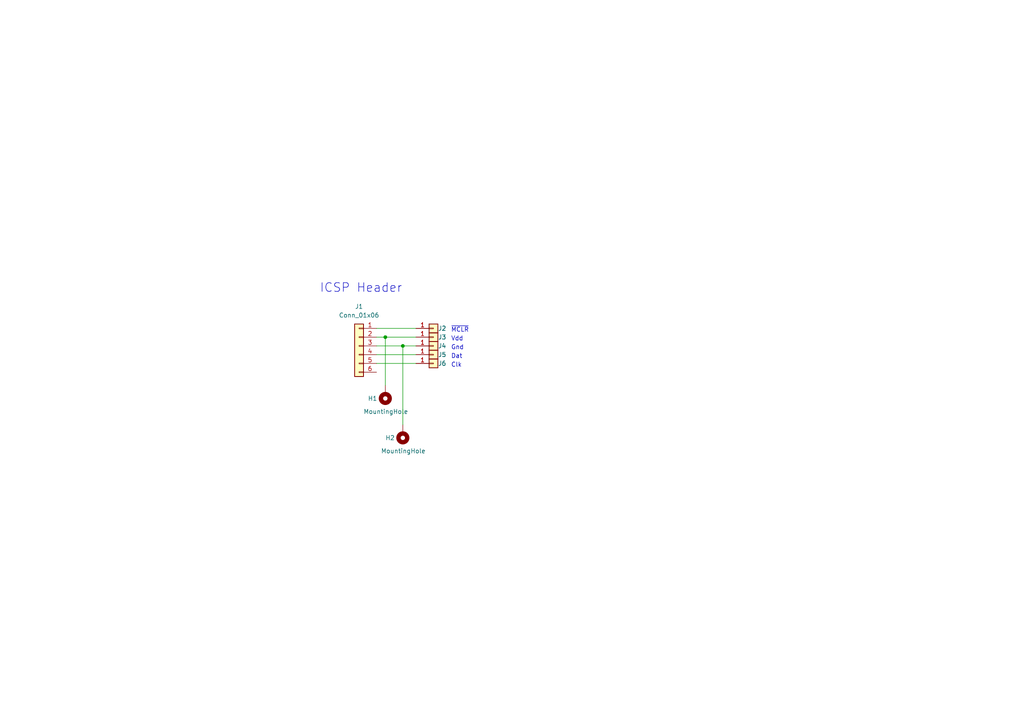
<source format=kicad_sch>
(kicad_sch (version 20231120) (generator "eeschema") (generator_version "8.0")
  (paper "A4")
  (lib_symbols
    (symbol "Connector_Generic:Conn_01x01" (pin_names (offset 1.016) hide)
      (property "Reference" "J" (at 0 2.54 0))
      (property "Value" "Conn_01x01" (at 0 -2.54 0))
      (symbol "Conn_01x01_1_1"
        (rectangle (start -1.27 0.127) (end 0 -0.127) (stroke (width 0.1524)))
        (rectangle (start -1.27 1.27) (end 1.27 -1.27) (stroke (width 0.254)) (fill (type background)))
        (pin passive line (at -5.08 0 0) (length 3.81) (name "Pin_1") (number "1"))
      )
    )
    (symbol "Connector_Generic:Conn_01x06" (pin_names (offset 1.016) hide)
      (property "Reference" "J" (at 0 7.62 0))
      (property "Value" "Conn_01x06" (at 0 -10.16 0))
      (symbol "Conn_01x06_1_1"
        (rectangle (start -1.27 -7.493) (end 0 -7.747) (stroke (width 0.1524)))
        (rectangle (start -1.27 -4.953) (end 0 -5.207) (stroke (width 0.1524)))
        (rectangle (start -1.27 -2.413) (end 0 -2.667) (stroke (width 0.1524)))
        (rectangle (start -1.27 0.127) (end 0 -0.127) (stroke (width 0.1524)))
        (rectangle (start -1.27 2.667) (end 0 2.413) (stroke (width 0.1524)))
        (rectangle (start -1.27 5.207) (end 0 4.953) (stroke (width 0.1524)))
        (rectangle (start -1.27 6.35) (end 1.27 -8.89) (stroke (width 0.254)) (fill (type background)))
        (pin passive line (at -5.08 5.08 0) (length 3.81) (name "Pin_1") (number "1"))
        (pin passive line (at -5.08 2.54 0) (length 3.81) (name "Pin_2") (number "2"))
        (pin passive line (at -5.08 0 0) (length 3.81) (name "Pin_3") (number "3"))
        (pin passive line (at -5.08 -2.54 0) (length 3.81) (name "Pin_4") (number "4"))
        (pin passive line (at -5.08 -5.08 0) (length 3.81) (name "Pin_5") (number "5"))
        (pin passive line (at -5.08 -7.62 0) (length 3.81) (name "Pin_6") (number "6"))
      )
    )
    (symbol "Mechanical:MountingHole_Pad" (pin_numbers hide) (pin_names (offset 1.016) hide)
      (property "Reference" "H" (at 0 6.35 0))
      (property "Value" "MountingHole_Pad" (at 0 4.445 0))
      (symbol "MountingHole_Pad_0_1"
        (circle (center 0 1.27) (radius 1.27) (stroke (width 1.27)))
      )
      (symbol "MountingHole_Pad_1_1"
        (pin input line (at 0 -2.54 90) (length 2.54) (name "1") (number "1"))
      )
    )
  )
  (junction (at 111.76 97.79))
  (junction (at 116.84 100.33))
  (wire (pts (xy 109.22 95.25) (xy 120.65 95.25)))
  (wire (pts (xy 109.22 100.33) (xy 116.84 100.33)))
  (wire (pts (xy 116.84 100.33) (xy 116.84 123.19)))
  (wire (pts (xy 109.22 102.87) (xy 120.65 102.87)))
  (wire (pts (xy 109.22 97.79) (xy 111.76 97.79)))
  (wire (pts (xy 111.76 97.79) (xy 120.65 97.79)))
  (wire (pts (xy 111.76 97.79) (xy 111.76 111.76)))
  (wire (pts (xy 116.84 100.33) (xy 120.65 100.33)))
  (wire (pts (xy 109.22 105.41) (xy 120.65 105.41)))
  (text "ICSP Header" (at 92.71 85.09 0) (effects (font (size 2.54 2.54)) (justify left bottom)))
  (text "~{MCLR}" (at 130.81 96.52 0) (effects (font (size 1.27 1.27)) (justify left bottom)))
  (text "Dat" (at 130.81 104.14 0) (effects (font (size 1.27 1.27)) (justify left bottom)))
  (text "Vdd" (at 130.81 99.06 0) (effects (font (size 1.27 1.27)) (justify left bottom)))
  (text "Clk" (at 130.81 106.68 0) (effects (font (size 1.27 1.27)) (justify left bottom)))
  (text "Gnd" (at 130.81 101.6 0) (effects (font (size 1.27 1.27)) (justify left bottom)))
  (symbol (lib_id "Connector_Generic:Conn_01x01") (at 125.73 95.25 0) (mirror x) (unit 1)
    (property "Reference" "J2" (at 128.27 95.25 0))
    (property "Value" "Conn_01x01" (effects (hide yes)))
    (property "Footprint" "user:PogoPin" (effects (hide yes)))
    (property "Part Number" "0985-1-15-20-71-14-11-0" (effects (hide yes)))
  )
  (symbol (lib_id "Mechanical:MountingHole_Pad") (at 111.76 114.3 180) (unit 1)
    (property "Reference" "H1" (at 106.68 115.57 0) (effects (justify right)))
    (property "Value" "MountingHole" (at 105.41 119.38 0) (effects (justify right)))
    (property "Footprint" "user:PinHeader_1x01_D1.3mm_Pad2mm" (effects (hide yes)))
  )
  (symbol (lib_id "Connector_Generic:Conn_01x06") (at 104.14 100.33 0) (mirror y) (unit 1)
    (property "Reference" "J1" (at 104.14 88.9 0))
    (property "Value" "Conn_01x06" (at 104.14 91.44 0))
    (property "Footprint" "Connector_PinHeader_2.54mm:PinHeader_1x06_P2.54mm_Vertical" (effects (hide yes)))
  )
  (symbol (lib_id "Connector_Generic:Conn_01x01") (at 125.73 105.41 0) (mirror x) (unit 1)
    (property "Reference" "J6" (at 128.27 105.41 0))
    (property "Value" "Conn_01x01" (effects (hide yes)))
    (property "Footprint" "user:PogoPin" (effects (hide yes)))
    (property "Part Number" "0985-1-15-20-71-14-11-0" (effects (hide yes)))
  )
  (symbol (lib_id "Connector_Generic:Conn_01x01") (at 125.73 102.87 0) (mirror x) (unit 1)
    (property "Reference" "J5" (at 128.27 102.87 0))
    (property "Value" "Conn_01x01" (effects (hide yes)))
    (property "Footprint" "user:PogoPin" (effects (hide yes)))
    (property "Part Number" "0985-1-15-20-71-14-11-0" (effects (hide yes)))
  )
  (symbol (lib_id "Connector_Generic:Conn_01x01") (at 125.73 97.79 0) (mirror x) (unit 1)
    (property "Reference" "J3" (at 128.27 97.79 0))
    (property "Value" "Conn_01x01" (effects (hide yes)))
    (property "Footprint" "user:PogoPin" (effects (hide yes)))
    (property "Part Number" "0985-1-15-20-71-14-11-0" (effects (hide yes)))
  )
  (symbol (lib_id "Connector_Generic:Conn_01x01") (at 125.73 100.33 0) (mirror x) (unit 1)
    (property "Reference" "J4" (at 128.27 100.33 0))
    (property "Value" "Conn_01x01" (effects (hide yes)))
    (property "Footprint" "user:PogoPin" (effects (hide yes)))
    (property "Part Number" "0985-1-15-20-71-14-11-0" (effects (hide yes)))
  )
  (symbol (lib_id "Mechanical:MountingHole_Pad") (at 116.84 125.73 180) (unit 1)
    (property "Reference" "H2" (at 111.76 127 0) (effects (justify right)))
    (property "Value" "MountingHole" (at 110.49 130.81 0) (effects (justify right)))
    (property "Footprint" "user:PinHeader_1x01_D1.3mm_Pad2mm" (effects (hide yes)))
  )
)
</source>
